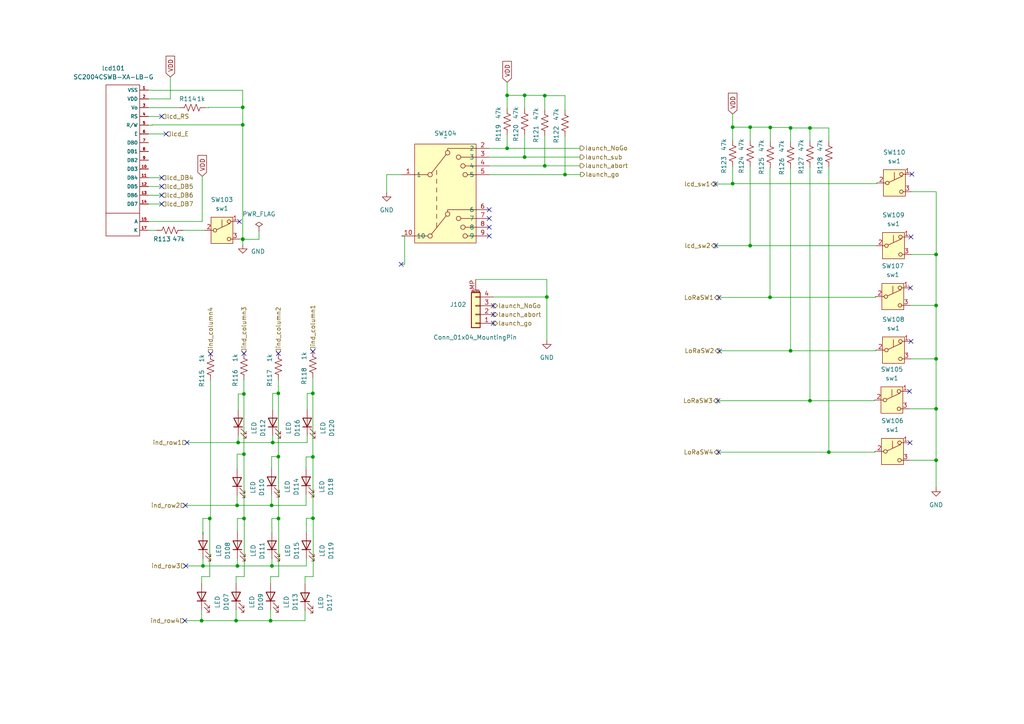
<source format=kicad_sch>
(kicad_sch (version 20231120) (generator "eeschema") (generator_version "8.0")
  (paper "A4")
  (lib_symbols
    (symbol "Connector_Generic_MountingPin:Conn_01x04_MountingPin" (pin_names (offset 1.016) hide)
      (property "Reference" "J" (at 0 5.08 0))
      (property "Value" "Conn_01x04_MountingPin" (at 1.27 -7.62 0))
      (symbol "Conn_01x04_MountingPin_1_1"
        (rectangle (start -1.27 -4.953) (end 0 -5.207) (stroke (width 0.1524)))
        (rectangle (start -1.27 -2.413) (end 0 -2.667) (stroke (width 0.1524)))
        (rectangle (start -1.27 0.127) (end 0 -0.127) (stroke (width 0.1524)))
        (rectangle (start -1.27 2.667) (end 0 2.413) (stroke (width 0.1524)))
        (rectangle (start -1.27 3.81) (end 1.27 -6.35) (stroke (width 0.254)) (fill (type background)))
        (polyline (pts (xy -1.016 -7.112) (xy 1.016 -7.112)) (stroke (width 0.1524)))
        (text "Mounting" (at 0 -6.731 0) (effects (font (size 0.381 0.381))))
        (pin passive line (at -5.08 2.54 0) (length 3.81) (name "Pin_1") (number "1"))
        (pin passive line (at -5.08 0 0) (length 3.81) (name "Pin_2") (number "2"))
        (pin passive line (at -5.08 -2.54 0) (length 3.81) (name "Pin_3") (number "3"))
        (pin passive line (at -5.08 -5.08 0) (length 3.81) (name "Pin_4") (number "4"))
        (pin passive line (at 0 -10.16 90) (length 3.048) (name "MountPin") (number "MP"))
      )
    )
    (symbol "Device:LED" (pin_numbers hide) (pin_names (offset 1.016) hide)
      (property "Reference" "D" (at 0 2.54 0))
      (property "Value" "LED" (at 0 -2.54 0))
      (symbol "LED_0_1"
        (polyline (pts (xy -1.27 -1.27) (xy -1.27 1.27)) (stroke (width 0.254)))
        (polyline (pts (xy -1.27 0) (xy 1.27 0)))
        (polyline (pts (xy 1.27 -1.27) (xy 1.27 1.27) (xy -1.27 0) (xy 1.27 -1.27)) (stroke (width 0.254)))
        (polyline (pts (xy -3.048 -0.762) (xy -4.572 -2.286) (xy -3.81 -2.286) (xy -4.572 -2.286) (xy -4.572 -1.524)))
        (polyline (pts (xy -1.778 -0.762) (xy -3.302 -2.286) (xy -2.54 -2.286) (xy -3.302 -2.286) (xy -3.302 -1.524)))
      )
      (symbol "LED_1_1"
        (pin passive line (at -3.81 0 0) (length 2.54) (name "K") (number "1"))
        (pin passive line (at 3.81 0 180) (length 2.54) (name "A") (number "2"))
      )
    )
    (symbol "Device:R_US" (pin_numbers hide) (pin_names (offset 0))
      (property "Reference" "R" (at 2.54 0 90))
      (property "Value" "R_US" (at -2.54 0 90))
      (symbol "R_US_0_1"
        (polyline (pts (xy 0 -2.286) (xy 0 -2.54)))
        (polyline (pts (xy 0 2.286) (xy 0 2.54)))
        (polyline (pts (xy 0 -0.762) (xy 1.016 -1.143) (xy 0 -1.524) (xy -1.016 -1.905) (xy 0 -2.286)))
        (polyline (pts (xy 0 0.762) (xy 1.016 0.381) (xy 0 0) (xy -1.016 -0.381) (xy 0 -0.762)))
        (polyline (pts (xy 0 2.286) (xy 1.016 1.905) (xy 0 1.524) (xy -1.016 1.143) (xy 0 0.762)))
      )
      (symbol "R_US_1_1"
        (pin passive line (at 0 3.81 270) (length 1.27) (name "~") (number "1"))
        (pin passive line (at 0 -3.81 90) (length 1.27) (name "~") (number "2"))
      )
    )
    (symbol "SC2004CSWB_1"
      (property "Reference" "lcd101" (at -10.16 6.35 0))
      (property "Value" "SC2004CSWB-XA-LB-G" (at -10.16 3.81 0))
      (symbol "SC2004CSWB_1_0_1"
        (rectangle (start -12.319 1.524) (end -2.54 -42.291))
        (polyline (pts (xy -12.319 -35.687) (xy -2.667 -35.687)))
      )
      (symbol "SC2004CSWB_1_1_1"
        (pin free line (at 0 0 180) (length 2.54) (name "VSS") (number "1"))
        (pin free line (at 0 -22.86 180) (length 2.54) (name "DB3") (number "10"))
        (pin free line (at 0 -25.4 180) (length 2.54) (name "DB4") (number "11"))
        (pin free line (at 0 -27.94 180) (length 2.54) (name "DB5") (number "12"))
        (pin free line (at 0 -30.48 180) (length 2.54) (name "DB6") (number "13"))
        (pin free line (at 0 -33.02 180) (length 2.54) (name "DB7") (number "14"))
        (pin free line (at 0 -38.1 180) (length 2.54) (name "A") (number "15"))
        (pin free line (at 0 -40.64 180) (length 2.54) (name "K") (number "17"))
        (pin free line (at 0 -2.54 180) (length 2.54) (name "VDD") (number "2"))
        (pin free line (at 0 -5.08 180) (length 2.54) (name "Vo") (number "3"))
        (pin free line (at 0 -7.62 180) (length 2.54) (name "RS") (number "4"))
        (pin free line (at 0 -10.16 180) (length 2.54) (name "R/W") (number "5"))
        (pin free line (at 0 -12.7 180) (length 2.54) (name "E") (number "6"))
        (pin free line (at 0 -15.24 180) (length 2.54) (name "DB0") (number "7"))
        (pin free line (at 0 -17.78 180) (length 2.54) (name "DB1") (number "8"))
        (pin free line (at 0 -20.32 180) (length 2.54) (name "DB2") (number "9"))
      )
    )
    (symbol "SW_Push_SPDT_1" (pin_names (offset 0) hide)
      (property "Reference" "SW103" (at 0 8.89 0))
      (property "Value" "sw1" (at 0 6.35 0))
      (symbol "SW_Push_SPDT_1_0_0"
        (circle (center -2.032 0) (radius 0.508))
        (polyline (pts (xy 0 1.016) (xy 0 3.048)))
        (circle (center 2.032 -2.54) (radius 0.508))
      )
      (symbol "SW_Push_SPDT_1_0_1"
        (polyline (pts (xy -1.524 0.2032) (xy 2.3368 1.9812)))
        (circle (center 2.032 2.54) (radius 0.508))
      )
      (symbol "SW_Push_SPDT_1_1_1"
        (rectangle (start -3.175 3.81) (end 3.175 -3.81) (fill (type background)))
        (pin passive line (at 5.08 2.54 180) (length 2.54) (name "A") (number "1"))
        (pin passive line (at -5.08 0 0) (length 2.54) (name "B") (number "2"))
        (pin passive line (at 5.08 -2.54 180) (length 2.54) (name "C") (number "3"))
      )
    )
    (symbol "SW_Push_SPDT_2" (pin_names (offset 0) hide)
      (property "Reference" "SW107" (at 0 8.89 0))
      (property "Value" "sw1" (at 0 6.35 0))
      (symbol "SW_Push_SPDT_2_0_0"
        (circle (center -2.032 0) (radius 0.508))
        (polyline (pts (xy 0 1.016) (xy 0 3.048)))
        (circle (center 2.032 -2.54) (radius 0.508))
      )
      (symbol "SW_Push_SPDT_2_0_1"
        (polyline (pts (xy -1.524 0.2032) (xy 2.3368 1.9812)))
        (circle (center 2.032 2.54) (radius 0.508))
      )
      (symbol "SW_Push_SPDT_2_1_1"
        (rectangle (start -3.175 3.81) (end 3.175 -3.81) (fill (type background)))
        (pin passive line (at 5.08 2.54 180) (length 2.54) (name "A") (number "1"))
        (pin passive line (at -5.08 0 0) (length 2.54) (name "B") (number "2"))
        (pin passive line (at 5.08 -2.54 180) (length 2.54) (name "C") (number "3"))
      )
    )
    (symbol "SW_Push_SPDT_3" (pin_names (offset 0) hide)
      (property "Reference" "SW106" (at 0 8.89 0))
      (property "Value" "sw1" (at 0 6.35 0))
      (symbol "SW_Push_SPDT_3_0_0"
        (circle (center -2.032 0) (radius 0.508))
        (polyline (pts (xy 0 1.016) (xy 0 3.048)))
        (circle (center 2.032 -2.54) (radius 0.508))
      )
      (symbol "SW_Push_SPDT_3_0_1"
        (polyline (pts (xy -1.524 0.2032) (xy 2.3368 1.9812)))
        (circle (center 2.032 2.54) (radius 0.508))
      )
      (symbol "SW_Push_SPDT_3_1_1"
        (rectangle (start -3.175 3.81) (end 3.175 -3.81) (fill (type background)))
        (pin passive line (at 5.08 2.54 180) (length 2.54) (name "A") (number "1"))
        (pin passive line (at -5.08 0 0) (length 2.54) (name "B") (number "2"))
        (pin passive line (at 5.08 -2.54 180) (length 2.54) (name "C") (number "3"))
      )
    )
    (symbol "SW_Push_SPDT_4" (pin_names (offset 0) hide)
      (property "Reference" "SW105" (at 0 8.89 0))
      (property "Value" "sw1" (at 0 6.35 0))
      (symbol "SW_Push_SPDT_4_0_0"
        (circle (center -2.032 0) (radius 0.508))
        (polyline (pts (xy 0 1.016) (xy 0 3.048)))
        (circle (center 2.032 -2.54) (radius 0.508))
      )
      (symbol "SW_Push_SPDT_4_0_1"
        (polyline (pts (xy -1.524 0.2032) (xy 2.3368 1.9812)))
        (circle (center 2.032 2.54) (radius 0.508))
      )
      (symbol "SW_Push_SPDT_4_1_1"
        (rectangle (start -3.175 3.81) (end 3.175 -3.81) (fill (type background)))
        (pin passive line (at 5.08 2.54 180) (length 2.54) (name "A") (number "1"))
        (pin passive line (at -5.08 0 0) (length 2.54) (name "B") (number "2"))
        (pin passive line (at 5.08 -2.54 180) (length 2.54) (name "C") (number "3"))
      )
    )
    (symbol "SW_Push_SPDT_5" (pin_names (offset 0) hide)
      (property "Reference" "SW104" (at 0 8.89 0))
      (property "Value" "sw1" (at 0 6.35 0))
      (symbol "SW_Push_SPDT_5_0_0"
        (circle (center -2.032 0) (radius 0.508))
        (polyline (pts (xy 0 1.016) (xy 0 3.048)))
        (circle (center 2.032 -2.54) (radius 0.508))
      )
      (symbol "SW_Push_SPDT_5_0_1"
        (polyline (pts (xy -1.524 0.2032) (xy 2.3368 1.9812)))
        (circle (center 2.032 2.54) (radius 0.508))
      )
      (symbol "SW_Push_SPDT_5_1_1"
        (rectangle (start -3.175 3.81) (end 3.175 -3.81) (fill (type background)))
        (pin passive line (at 5.08 2.54 180) (length 2.54) (name "A") (number "1"))
        (pin passive line (at -5.08 0 0) (length 2.54) (name "B") (number "2"))
        (pin passive line (at 5.08 -2.54 180) (length 2.54) (name "C") (number "3"))
      )
    )
    (symbol "SW_Push_SPDT_6" (pin_names (offset 0) hide)
      (property "Reference" "SW102" (at 0 8.89 0))
      (property "Value" "sw1" (at 0 6.35 0))
      (symbol "SW_Push_SPDT_6_0_0"
        (circle (center -2.032 0) (radius 0.508))
        (polyline (pts (xy 0 1.016) (xy 0 3.048)))
        (circle (center 2.032 -2.54) (radius 0.508))
      )
      (symbol "SW_Push_SPDT_6_0_1"
        (polyline (pts (xy -1.524 0.2032) (xy 2.3368 1.9812)))
        (circle (center 2.032 2.54) (radius 0.508))
      )
      (symbol "SW_Push_SPDT_6_1_1"
        (rectangle (start -3.175 3.81) (end 3.175 -3.81) (fill (type background)))
        (pin passive line (at 5.08 2.54 180) (length 2.54) (name "A") (number "1"))
        (pin passive line (at -5.08 0 0) (length 2.54) (name "B") (number "2"))
        (pin passive line (at 5.08 -2.54 180) (length 2.54) (name "C") (number "3"))
      )
    )
    (symbol "Switch:SW_Push_SPDT" (pin_names (offset 0) hide)
      (property "Reference" "SW101" (at 0 8.89 0))
      (property "Value" "sw1" (at 0 6.35 0))
      (symbol "SW_Push_SPDT_0_0"
        (circle (center -2.032 0) (radius 0.508))
        (polyline (pts (xy 0 1.016) (xy 0 3.048)))
        (circle (center 2.032 -2.54) (radius 0.508))
      )
      (symbol "SW_Push_SPDT_0_1"
        (polyline (pts (xy -1.524 0.2032) (xy 2.3368 1.9812)))
        (circle (center 2.032 2.54) (radius 0.508))
      )
      (symbol "SW_Push_SPDT_1_1"
        (rectangle (start -3.175 3.81) (end 3.175 -3.81) (fill (type background)))
        (pin passive line (at 5.08 2.54 180) (length 2.54) (name "A") (number "1"))
        (pin passive line (at -5.08 0 0) (length 2.54) (name "B") (number "2"))
        (pin passive line (at 5.08 -2.54 180) (length 2.54) (name "C") (number "3"))
      )
    )
    (symbol "WOBCLibrary:RotarySwitch2x04"
      (property "Reference" "SW" (at 0 17.78 0))
      (symbol "RotarySwitch2x04_0_0"
        (circle (center -4.445 -10.16) (radius 0.635))
        (circle (center -4.445 7.62) (radius 0.635))
        (polyline (pts (xy -4.064 -9.652) (xy 0.2032 -4.318)))
        (polyline (pts (xy -4.0132 8.128) (xy 0.2032 13.462)))
        (polyline (pts (xy -2.54 -7.62) (xy -2.54 -6.35)))
        (polyline (pts (xy -2.54 -5.08) (xy -2.54 -3.81)))
        (polyline (pts (xy -2.54 -2.54) (xy -2.54 -1.27)))
        (polyline (pts (xy -2.54 0) (xy -2.54 1.27)))
        (polyline (pts (xy -2.54 2.54) (xy -2.54 3.81)))
        (polyline (pts (xy -2.54 5.08) (xy -2.54 6.35)))
        (polyline (pts (xy -2.54 7.62) (xy -2.54 8.89)))
        (polyline (pts (xy 4.445 -5.08) (xy 8.89 -5.08)))
        (polyline (pts (xy 4.445 12.7) (xy 8.89 12.7)))
        (polyline (pts (xy 5.715 -7.62) (xy 8.89 -7.62)))
        (polyline (pts (xy 5.715 10.16) (xy 8.89 10.16)))
        (polyline (pts (xy 6.35 -10.16) (xy 8.89 -10.16)))
        (polyline (pts (xy 6.35 7.62) (xy 8.89 7.62)))
        (polyline (pts (xy 0.635 -3.175) (xy 0.635 -2.54) (xy 8.89 -2.54)))
        (polyline (pts (xy 0.635 14.605) (xy 0.635 15.24) (xy 8.89 15.24)))
        (circle (center 0.635 -3.81) (radius 0.635))
        (circle (center 0.635 13.97) (radius 0.635))
        (circle (center 3.81 -5.08) (radius 0.635))
        (circle (center 3.81 12.7) (radius 0.635))
        (circle (center 5.08 -7.62) (radius 0.635))
        (circle (center 5.08 10.16) (radius 0.635))
        (circle (center 5.715 -10.16) (radius 0.635))
        (circle (center 5.715 7.62) (radius 0.635))
      )
      (symbol "RotarySwitch2x04_0_1"
        (polyline (pts (xy -5.1308 -10.16) (xy -8.89 -10.16)))
        (polyline (pts (xy -5.08 7.62) (xy -8.89 7.62)))
      )
      (symbol "RotarySwitch2x04_1_1"
        (rectangle (start -8.89 16.51) (end 8.89 -12.192) (fill (type background)))
        (pin passive line (at -12.7 7.62 0) (length 3.81) (name "1") (number "1"))
        (pin passive line (at -12.7 -10.16 0) (length 3.81) (name "10") (number "10"))
        (pin passive line (at 12.7 15.24 180) (length 3.81) (name "2") (number "2"))
        (pin passive line (at 12.7 12.7 180) (length 3.81) (name "3") (number "3"))
        (pin passive line (at 12.7 10.16 180) (length 3.81) (name "4") (number "4"))
        (pin passive line (at 12.7 7.62 180) (length 3.81) (name "5") (number "5"))
        (pin passive line (at 12.7 -2.54 180) (length 3.81) (name "6") (number "6"))
        (pin passive line (at 12.7 -5.08 180) (length 3.81) (name "7") (number "7"))
        (pin passive line (at 12.7 -7.62 180) (length 3.81) (name "8") (number "8"))
        (pin passive line (at 12.7 -10.16 180) (length 3.81) (name "9") (number "9"))
      )
    )
    (symbol "power:GND" (power) (pin_names (offset 0))
      (property "Value" "GND" (at 0 -3.81 0))
      (symbol "GND_0_1"
        (polyline (pts (xy 0 0) (xy 0 -1.27) (xy 1.27 -1.27) (xy 0 -2.54) (xy -1.27 -1.27) (xy 0 -1.27)))
      )
      (symbol "GND_1_1"
        (pin power_in line (at 0 0 270) (length 0) hide (name "GND") (number "1"))
      )
    )
    (symbol "power:PWR_FLAG" (power) (pin_numbers hide) (pin_names (offset 0) hide)
      (property "Value" "PWR_FLAG" (at 0 3.81 0))
      (symbol "PWR_FLAG_0_0"
        (pin power_out line (at 0 0 90) (length 0) (name "~") (number "1"))
      )
      (symbol "PWR_FLAG_0_1"
        (polyline (pts (xy 0 0) (xy 0 1.27) (xy -1.016 1.905) (xy 0 2.54) (xy 1.016 1.905) (xy 0 1.27)))
      )
    )
  )
  (junction (at 240.3952 131.1426))
  (junction (at 90.7454 132.5208))
  (junction (at 58.8715 164.1422))
  (junction (at 70.4022 31.1353))
  (junction (at 158.0067 27.7355))
  (junction (at 234.9228 116.2275))
  (junction (at 229.289 37.115))
  (junction (at 271.509 104.0844))
  (junction (at 229.289 101.7415))
  (junction (at 79.0954 128.3589))
  (junction (at 58.4719 180.0314))
  (junction (at 70.4135 36.2153))
  (junction (at 70.7454 131.7202))
  (junction (at 90.7354 114.0823))
  (junction (at 152.1684 45.5633))
  (junction (at 69.0747 128.3514))
  (junction (at 152.1684 27.6486))
  (junction (at 70.4135 69.3379))
  (junction (at 271.509 118.5704))
  (junction (at 158.0067 48.1033))
  (junction (at 163.8766 50.6433))
  (junction (at 78.8697 164.1422))
  (junction (at 217.5725 71.2642))
  (junction (at 147.0884 43.0233))
  (junction (at 223.3384 86.227))
  (junction (at 212.5008 36.8851))
  (junction (at 60.842 150.388))
  (junction (at 147.0884 27.6486))
  (junction (at 78.7735 146.5904))
  (junction (at 158.6073 86.1416))
  (junction (at 70.4178 69.4096))
  (junction (at 212.5008 53.2627))
  (junction (at 80.7735 150.388))
  (junction (at 80.7454 132.4454))
  (junction (at 90.7735 150.3165))
  (junction (at 271.509 73.8147))
  (junction (at 217.5808 36.8851))
  (junction (at 271.509 88.5933))
  (junction (at 68.4737 180.0314))
  (junction (at 78.4719 180.0314))
  (junction (at 70.7354 114.2707))
  (junction (at 234.9228 37.115))
  (junction (at 68.8599 164.1422))
  (junction (at 223.4191 36.972))
  (junction (at 68.7735 146.5904))
  (junction (at 70.7735 150.388))
  (junction (at 80.7354 114.0823))
  (junction (at 271.509 133.4855))
  (no_connect (at 141.8919 63.3622))
  (no_connect (at 46.8694 59.1668))
  (no_connect (at 46.8694 33.7668))
  (no_connect (at 141.8919 60.8222))
  (no_connect (at 46.8694 56.6268))
  (no_connect (at 141.8919 65.9022))
  (no_connect (at 53.7735 146.5904))
  (no_connect (at 61.0573 102.6543))
  (no_connect (at 141.8919 68.4422))
  (no_connect (at 143.0657 93.7616))
  (no_connect (at 207.5029 53.3786))
  (no_connect (at 208.4009 131.1426))
  (no_connect (at 208.24 116.2275))
  (no_connect (at 54.2441 128.3514))
  (no_connect (at 264.0492 83.4899))
  (no_connect (at 143.0657 91.2216))
  (no_connect (at 264.205 99.0044))
  (no_connect (at 90.7354 101.9625))
  (no_connect (at 69.4638 64.2579))
  (no_connect (at 70.7509 102.5219))
  (no_connect (at 53.9216 164.1422))
  (no_connect (at 263.7758 113.4904))
  (no_connect (at 80.7354 102.5421))
  (no_connect (at 143.0657 88.6816))
  (no_connect (at 53.6083 180.0314))
  (no_connect (at 264.2204 68.7242))
  (no_connect (at 208.5134 86.3062))
  (no_connect (at 208.6692 101.8207))
  (no_connect (at 264.4712 50.5256))
  (no_connect (at 116.3702 76.648))
  (no_connect (at 48.1394 38.8468))
  (no_connect (at 207.6082 71.2642))
  (no_connect (at 46.8694 54.0868))
  (no_connect (at 46.8694 51.5468))
  (no_connect (at 263.9367 128.4055))
  (wire (pts (xy 70.4022 26.1893) (xy 70.4022 31.1353)))
  (wire (pts (xy 69.0747 126.3589) (xy 69.0747 128.3514)))
  (wire (pts (xy 207.5029 53.3786) (xy 212.5008 53.3786)))
  (wire (pts (xy 68.7735 131.7202) (xy 68.7735 135.9704)))
  (wire (pts (xy 147.0884 43.0422) (xy 147.0884 43.0233)))
  (wire (pts (xy 264.2204 73.8042) (xy 264.2204 73.8147)))
  (wire (pts (xy 88.7735 143.4004) (xy 88.7735 146.5904)))
  (wire (pts (xy 253.6158 116.2275) (xy 253.6158 116.0304)))
  (wire (pts (xy 70.4178 69.3379) (xy 70.4135 69.3379)))
  (wire (pts (xy 58.842 155.0318) (xy 58.8599 155.0318)))
  (wire (pts (xy 44.2137 36.3068) (xy 43.0594 36.3068)))
  (wire (pts (xy 68.4719 167.2372) (xy 68.4719 169.2214)))
  (wire (pts (xy 223.3384 86.227) (xy 223.3384 86.2762)))
  (wire (pts (xy 44.2137 36.2153) (xy 70.4135 36.2153)))
  (wire (pts (xy 152.1684 27.6486) (xy 158.0067 27.6486)))
  (wire (pts (xy 68.842 150.388) (xy 68.842 154.0318)))
  (wire (pts (xy 264.4712 55.6056) (xy 271.544 55.6056)))
  (wire (pts (xy 240.3952 37.115) (xy 234.9228 37.115)))
  (wire (pts (xy 88.7735 132.5208) (xy 88.7735 135.7804)))
  (wire (pts (xy 163.8766 50.6622) (xy 163.8766 50.6433)))
  (wire (pts (xy 90.7735 150.3165) (xy 90.842 150.3165)))
  (wire (pts (xy 69.0747 128.3514) (xy 69.0747 128.3589)))
  (wire (pts (xy 43.0594 56.6268) (xy 46.8694 56.6268)))
  (wire (pts (xy 70.4178 69.4096) (xy 70.4178 70.9161)))
  (wire (pts (xy 89.0954 126.3589) (xy 89.0954 128.3589)))
  (wire (pts (xy 271.509 88.5933) (xy 271.509 104.0844)))
  (wire (pts (xy 90.842 150.3165) (xy 90.842 167.2372)))
  (wire (pts (xy 60.842 167.2372) (xy 58.4719 167.2372)))
  (wire (pts (xy 240.3952 131.1426) (xy 253.7767 131.1426)))
  (wire (pts (xy 43.0594 38.8468) (xy 48.1394 38.8468)))
  (wire (pts (xy 79.0954 126.3589) (xy 79.0954 128.3589)))
  (wire (pts (xy 88.4719 180.0314) (xy 78.4719 180.0314)))
  (wire (pts (xy 163.8766 27.7355) (xy 158.0067 27.7355)))
  (wire (pts (xy 79.0954 114.0823) (xy 79.0954 118.7389)))
  (wire (pts (xy 223.4191 36.8851) (xy 223.4191 36.972)))
  (wire (pts (xy 234.9228 116.2275) (xy 253.6158 116.2275)))
  (wire (pts (xy 212.5008 33.0751) (xy 212.5008 36.8851)))
  (wire (pts (xy 212.5008 40.6951) (xy 212.5008 36.8851)))
  (wire (pts (xy 90.7454 114.0823) (xy 90.7454 132.5208)))
  (wire (pts (xy 78.7735 132.4454) (xy 80.7454 132.4454)))
  (wire (pts (xy 49.4094 22.3368) (xy 49.4094 28.6868)))
  (wire (pts (xy 208.6692 101.7415) (xy 208.6692 101.8207)))
  (wire (pts (xy 253.7767 131.1426) (xy 253.7767 130.9455)))
  (wire (pts (xy 68.4719 176.8414) (xy 68.4737 176.8414)))
  (wire (pts (xy 53.1004 66.7979) (xy 59.3038 66.7979)))
  (wire (pts (xy 78.7735 132.4454) (xy 78.7735 135.7804)))
  (wire (pts (xy 90.7454 132.5208) (xy 90.7735 132.5208)))
  (wire (pts (xy 152.1684 45.5822) (xy 141.8919 45.5822)))
  (wire (pts (xy 223.3384 48.6337) (xy 223.4191 48.6337)))
  (wire (pts (xy 271.509 133.4855) (xy 271.509 141.3644)))
  (wire (pts (xy 240.3952 40.8878) (xy 240.3952 37.115)))
  (wire (pts (xy 234.9228 37.115) (xy 229.289 37.115)))
  (wire (pts (xy 61.0573 150.388) (xy 60.842 150.388)))
  (wire (pts (xy 271.509 73.8147) (xy 271.509 88.5933)))
  (wire (pts (xy 43.0594 33.7668) (xy 46.8694 33.7668)))
  (wire (pts (xy 112.1548 50.6622) (xy 116.4919 50.6622)))
  (wire (pts (xy 58.842 150.388) (xy 60.842 150.388)))
  (wire (pts (xy 88.8599 151.9603) (xy 88.8599 154.3322)))
  (wire (pts (xy 117.3702 76.648) (xy 117.3702 68.4422)))
  (wire (pts (xy 229.289 41.1471) (xy 229.289 37.115)))
  (wire (pts (xy 78.842 150.388) (xy 80.7735 150.388)))
  (wire (pts (xy 158.6073 86.1416) (xy 158.6073 98.6272)))
  (wire (pts (xy 70.7454 114.2707) (xy 70.7454 131.7202)))
  (wire (pts (xy 70.7735 131.7202) (xy 70.7735 150.388)))
  (wire (pts (xy 223.4191 36.972) (xy 223.4191 41.0137)))
  (wire (pts (xy 158.0067 48.1222) (xy 158.0067 48.1033)))
  (wire (pts (xy 80.7735 150.388) (xy 80.842 150.388)))
  (wire (pts (xy 271.409 88.5699) (xy 264.0492 88.5699)))
  (wire (pts (xy 78.4719 167.2372) (xy 78.4719 169.2214)))
  (wire (pts (xy 58.8715 164.1422) (xy 68.8599 164.1422)))
  (wire (pts (xy 168.2481 42.9544) (xy 168.2481 43.0233)))
  (wire (pts (xy 68.842 154.0318) (xy 68.8599 154.0318)))
  (wire (pts (xy 43.0594 51.5468) (xy 46.8694 51.5468)))
  (wire (pts (xy 147.0884 23.8386) (xy 147.0884 27.6486)))
  (wire (pts (xy 43.0594 28.6868) (xy 49.4094 28.6868)))
  (wire (pts (xy 263.9367 133.4855) (xy 271.509 133.4855)))
  (wire (pts (xy 88.842 150.3165) (xy 88.842 151.9603)))
  (wire (pts (xy 78.8599 153.0318) (xy 78.8599 154.3322)))
  (wire (pts (xy 240.3952 48.5078) (xy 240.3952 131.1426)))
  (wire (pts (xy 88.4719 167.2372) (xy 88.4719 169.4114)))
  (wire (pts (xy 78.8599 161.9522) (xy 78.8697 161.9522)))
  (wire (pts (xy 158.0067 27.6486) (xy 158.0067 27.7355)))
  (wire (pts (xy 80.7454 114.0823) (xy 80.7454 132.4454)))
  (wire (pts (xy 61.0573 110.2743) (xy 61.0573 150.388)))
  (wire (pts (xy 234.9228 48.5078) (xy 234.9228 116.2275)))
  (wire (pts (xy 78.4719 176.8414) (xy 78.4719 180.0314)))
  (wire (pts (xy 70.842 150.388) (xy 70.842 167.2372)))
  (wire (pts (xy 271.509 88.5933) (xy 271.409 88.5933)))
  (wire (pts (xy 168.3434 50.5849) (xy 168.3911 50.5849)))
  (wire (pts (xy 44.2137 36.2153) (xy 44.2137 36.3068)))
  (wire (pts (xy 141.8919 48.1222) (xy 158.0067 48.1222)))
  (wire (pts (xy 58.842 150.388) (xy 58.842 155.0318)))
  (wire (pts (xy 137.9857 81.0616) (xy 158.6073 81.0616)))
  (wire (pts (xy 78.8697 161.9522) (xy 78.8697 164.1422)))
  (wire (pts (xy 68.7735 143.5904) (xy 68.7735 146.5904)))
  (wire (pts (xy 58.6506 51.1264) (xy 58.6506 64.2468)))
  (wire (pts (xy 80.7354 114.0823) (xy 80.7454 114.0823)))
  (wire (pts (xy 223.3384 86.2762) (xy 208.5134 86.2762)))
  (wire (pts (xy 68.842 150.388) (xy 70.7735 150.388)))
  (wire (pts (xy 271.509 104.0844) (xy 271.509 118.5704)))
  (wire (pts (xy 90.842 167.2372) (xy 88.4719 167.2372)))
  (wire (pts (xy 263.7758 118.5704) (xy 271.509 118.5704)))
  (wire (pts (xy 223.3384 48.6337) (xy 223.3384 86.227)))
  (wire (pts (xy 158.0067 39.3972) (xy 158.0067 48.1033)))
  (wire (pts (xy 158.0067 27.7355) (xy 158.0067 31.7772)))
  (wire (pts (xy 217.5808 36.8851) (xy 217.5808 40.6951)))
  (wire (pts (xy 253.8892 86.227) (xy 253.8892 86.0299)))
  (wire (pts (xy 70.7735 150.388) (xy 70.842 150.388)))
  (wire (pts (xy 254.045 101.7415) (xy 254.045 101.5444)))
  (wire (pts (xy 80.842 150.388) (xy 80.842 167.2372)))
  (wire (pts (xy 53.8599 164.1422) (xy 58.8715 164.1422)))
  (wire (pts (xy 69.0954 126.3589) (xy 69.0747 126.3589)))
  (wire (pts (xy 70.7354 110.1419) (xy 70.7509 110.1419)))
  (wire (pts (xy 43.2591 66.7868) (xy 43.0594 66.7868)))
  (wire (pts (xy 117.3702 68.4422) (xy 116.4919 68.4422)))
  (wire (pts (xy 208.24 116.2275) (xy 234.9228 116.2275)))
  (wire (pts (xy 60.5237 31.1353) (xy 60.5237 31.2268)))
  (wire (pts (xy 70.4178 69.3379) (xy 70.4178 69.4096)))
  (wire (pts (xy 229.289 37.115) (xy 229.289 36.972)))
  (wire (pts (xy 89.0954 114.0823) (xy 89.0954 118.7389)))
  (wire (pts (xy 217.5725 71.2642) (xy 254.0604 71.2642)))
  (wire (pts (xy 79.0954 114.0823) (xy 80.7354 114.0823)))
  (wire (pts (xy 88.8599 161.9522) (xy 88.8599 164.1422)))
  (wire (pts (xy 163.8766 27.7355) (xy 163.8766 31.9106)))
  (wire (pts (xy 112.1548 55.8378) (xy 112.1548 50.6622)))
  (wire (pts (xy 271.509 73.8147) (xy 271.544 73.8147)))
  (wire (pts (xy 212.5008 53.2627) (xy 212.5008 53.3786)))
  (wire (pts (xy 271.509 118.5704) (xy 271.509 133.4855)))
  (wire (pts (xy 53.7735 146.5904) (xy 68.7735 146.5904)))
  (wire (pts (xy 152.1684 27.6486) (xy 152.1684 31.4586)))
  (wire (pts (xy 78.7735 143.4004) (xy 78.7735 146.5904)))
  (wire (pts (xy 88.7735 132.5208) (xy 90.7454 132.5208)))
  (wire (pts (xy 80.7354 110.1621) (xy 80.7354 114.0823)))
  (wire (pts (xy 212.5008 48.3151) (xy 212.5008 53.2627)))
  (wire (pts (xy 90.7735 132.5208) (xy 90.7735 150.3165)))
  (wire (pts (xy 147.0884 43.0233) (xy 168.2481 43.0233)))
  (wire (pts (xy 68.8599 154.0318) (xy 68.8599 154.3322)))
  (wire (pts (xy 69.0954 114.2707) (xy 70.7354 114.2707)))
  (wire (pts (xy 152.1684 39.0786) (xy 152.1684 45.5633)))
  (wire (pts (xy 58.8599 155.0318) (xy 58.8599 154.3322)))
  (wire (pts (xy 70.7354 110.1419) (xy 70.7354 114.2707)))
  (wire (pts (xy 60.5237 31.1353) (xy 70.4022 31.1353)))
  (wire (pts (xy 163.8766 50.6433) (xy 168.3434 50.6433)))
  (wire (pts (xy 143.0657 86.1416) (xy 158.6073 86.1416)))
  (wire (pts (xy 271.544 55.6056) (xy 271.544 73.8147)))
  (wire (pts (xy 58.8715 161.9522) (xy 58.8715 164.1422)))
  (wire (pts (xy 254.3112 53.2627) (xy 254.3112 53.0656)))
  (wire (pts (xy 44.0552 26.1893) (xy 44.0552 26.1468)))
  (wire (pts (xy 60.842 150.388) (xy 60.842 167.2372)))
  (wire (pts (xy 217.5808 36.8851) (xy 223.4191 36.8851)))
  (wire (pts (xy 168.2481 48.0573) (xy 168.2481 48.1033)))
  (wire (pts (xy 223.3384 86.227) (xy 253.8892 86.227)))
  (wire (pts (xy 208.4009 131.1426) (xy 240.3952 131.1426)))
  (wire (pts (xy 68.4737 180.0314) (xy 58.4719 180.0314)))
  (wire (pts (xy 69.0954 114.2707) (xy 69.0954 118.7389)))
  (wire (pts (xy 58.8599 161.9522) (xy 58.8715 161.9522)))
  (wire (pts (xy 158.6073 81.0616) (xy 158.6073 86.1416)))
  (wire (pts (xy 78.7735 146.5904) (xy 88.7735 146.5904)))
  (wire (pts (xy 229.289 48.7671) (xy 229.289 101.7415)))
  (wire (pts (xy 158.0067 48.1033) (xy 168.2481 48.1033)))
  (wire (pts (xy 90.7354 114.0823) (xy 90.7454 114.0823)))
  (wire (pts (xy 44.0552 26.1468) (xy 43.0594 26.1468)))
  (wire (pts (xy 68.7735 146.5904) (xy 78.7735 146.5904)))
  (wire (pts (xy 58.4719 167.2372) (xy 58.4719 169.2214)))
  (wire (pts (xy 141.8919 50.6622) (xy 163.8766 50.6622)))
  (wire (pts (xy 90.7354 109.5825) (xy 90.7354 114.0823)))
  (wire (pts (xy 43.2591 66.7979) (xy 45.4804 66.7979)))
  (wire (pts (xy 80.7454 132.4454) (xy 80.7735 132.4454)))
  (wire (pts (xy 264.205 104.0844) (xy 271.509 104.0844)))
  (wire (pts (xy 70.4135 36.2153) (xy 70.4135 69.3379)))
  (wire (pts (xy 229.289 101.7415) (xy 254.045 101.7415)))
  (wire (pts (xy 168.2481 45.482) (xy 168.2481 45.5633)))
  (wire (pts (xy 88.4719 177.0314) (xy 88.4719 180.0314)))
  (wire (pts (xy 79.0954 128.3589) (xy 69.0747 128.3589)))
  (wire (pts (xy 68.8599 164.1422) (xy 78.8697 164.1422)))
  (wire (pts (xy 208.5134 86.2762) (xy 208.5134 86.3062)))
  (wire (pts (xy 208.6692 101.7415) (xy 229.289 101.7415)))
  (wire (pts (xy 78.842 153.0318) (xy 78.8599 153.0318)))
  (wire (pts (xy 78.842 150.388) (xy 78.842 153.0318)))
  (wire (pts (xy 147.0884 27.6486) (xy 152.1684 27.6486)))
  (wire (pts (xy 80.7735 132.4454) (xy 80.7735 150.388)))
  (wire (pts (xy 229.289 36.972) (xy 223.4191 36.972)))
  (wire (pts (xy 43.0594 54.0868) (xy 46.8694 54.0868)))
  (wire (pts (xy 68.8599 161.9522) (xy 68.8599 164.1422)))
  (wire (pts (xy 58.6506 64.2468) (xy 43.0594 64.2468)))
  (wire (pts (xy 88.8599 164.1422) (xy 78.8697 164.1422)))
  (wire (pts (xy 168.3434 50.6433) (xy 168.3434 50.5849)))
  (wire (pts (xy 53.6083 180.0314) (xy 58.4719 180.0314)))
  (wire (pts (xy 43.0594 59.1668) (xy 46.8694 59.1668)))
  (wire (pts (xy 68.4737 176.8414) (xy 68.4737 180.0314)))
  (wire (pts (xy 88.842 150.3165) (xy 90.7735 150.3165)))
  (wire (pts (xy 75.127 69.4096) (xy 70.4178 69.4096)))
  (wire (pts (xy 152.1684 45.5822) (xy 152.1684 45.5633)))
  (wire (pts (xy 70.7454 131.7202) (xy 70.7735 131.7202)))
  (wire (pts (xy 152.1684 45.5633) (xy 168.2481 45.5633)))
  (wire (pts (xy 141.8919 43.0422) (xy 147.0884 43.0422)))
  (wire (pts (xy 70.4135 31.1353) (xy 70.4135 36.2153)))
  (wire (pts (xy 70.4135 69.3379) (xy 69.4638 69.3379)))
  (wire (pts (xy 147.0884 31.4586) (xy 147.0884 27.6486)))
  (wire (pts (xy 217.5725 48.3151) (xy 217.5808 48.3151)))
  (wire (pts (xy 80.842 167.2372) (xy 78.4719 167.2372)))
  (wire (pts (xy 68.4737 180.0314) (xy 78.4719 180.0314)))
  (wire (pts (xy 212.5008 36.8851) (xy 217.5808 36.8851)))
  (wire (pts (xy 70.4022 31.1353) (xy 70.4135 31.1353)))
  (wire (pts (xy 88.842 151.9603) (xy 88.8599 151.9603)))
  (wire (pts (xy 44.0552 26.1893) (xy 70.4022 26.1893)))
  (wire (pts (xy 89.0954 128.3589) (xy 79.0954 128.3589)))
  (wire (pts (xy 217.5725 48.3151) (xy 217.5725 71.2642)))
  (wire (pts (xy 68.7735 131.7202) (xy 70.7454 131.7202)))
  (wire (pts (xy 207.6082 71.2642) (xy 217.5725 71.2642)))
  (wire (pts (xy 212.5008 53.2627) (xy 254.3112 53.2627)))
  (wire (pts (xy 147.0884 43.0233) (xy 147.0884 39.0786)))
  (wire (pts (xy 70.7354 114.2707) (xy 70.7454 114.2707)))
  (wire (pts (xy 58.4719 176.8414) (xy 58.4719 180.0314)))
  (wire (pts (xy 43.0594 31.2268) (xy 51.9494 31.2268)))
  (wire (pts (xy 43.2591 66.7979) (xy 43.2591 66.7868)))
  (wire (pts (xy 116.3702 76.648) (xy 117.3702 76.648)))
  (wire (pts (xy 54.2441 128.3514) (xy 69.0747 128.3514)))
  (wire (pts (xy 60.5237 31.2268) (xy 59.5694 31.2268)))
  (wire (pts (xy 68.4719 167.2372) (xy 70.842 167.2372)))
  (wire (pts (xy 234.9228 40.8878) (xy 234.9228 37.115)))
  (wire (pts (xy 89.0954 114.0823) (xy 90.7354 114.0823)))
  (wire (pts (xy 264.2204 73.8147) (xy 271.509 73.8147)))
  (wire (pts (xy 75.127 66.9791) (xy 75.127 69.4096)))
  (wire (pts (xy 163.8766 39.5306) (xy 163.8766 50.6433)))
  (wire (pts (xy 271.409 88.5933) (xy 271.409 88.5699)))
  (global_label "VDD" (shape input) (at 147.0884 23.8386 90) (property "Intersheetrefs" "${INTERSHEET_REFS}" (effects (hide yes))))
  (global_label "VDD" (shape input) (at 49.4094 22.3368 90) (property "Intersheetrefs" "${INTERSHEET_REFS}" (effects (hide yes))))
  (global_label "VDD" (shape input) (at 212.5008 33.0751 90) (property "Intersheetrefs" "${INTERSHEET_REFS}" (effects (hide yes))))
  (global_label "VDD" (shape input) (at 58.6506 51.1264 90) (property "Intersheetrefs" "${INTERSHEET_REFS}" (effects (hide yes))))
  (hierarchical_label "lcd_sw1" (shape output) (at 207.5029 53.3786 180))
  (hierarchical_label "ind_column3" (shape input) (at 70.7509 102.5219 90))
  (hierarchical_label "launch_NoGo" (shape output) (at 168.2481 42.9544 0))
  (hierarchical_label "lcd_sw2" (shape output) (at 207.6082 71.2642 180))
  (hierarchical_label "ind_column1" (shape input) (at 90.7354 101.9625 90))
  (hierarchical_label "lcd_DB6" (shape input) (at 46.8694 56.6268 0))
  (hierarchical_label "lcd_DB7" (shape input) (at 46.8694 59.1668 0))
  (hierarchical_label "launch_abort" (shape output) (at 143.0657 91.2216 0))
  (hierarchical_label "ind_row2" (shape input) (at 53.7735 146.5904 180))
  (hierarchical_label "ind_row1" (shape input) (at 54.2521 128.3514 180))
  (hierarchical_label "ind_row3" (shape input) (at 53.8599 164.1422 180))
  (hierarchical_label "LoRaSW2" (shape output) (at 208.6692 101.7415 180))
  (hierarchical_label "lcd_E" (shape input) (at 48.1394 38.8468 0))
  (hierarchical_label "ind_column4" (shape input) (at 61.0573 102.6543 90))
  (hierarchical_label "lcd_DB4" (shape input) (at 46.8694 51.5468 0))
  (hierarchical_label "lcd_RS" (shape input) (at 46.8694 33.7668 0))
  (hierarchical_label "launch_NoGo" (shape output) (at 143.0657 88.6816 0))
  (hierarchical_label "launch_go" (shape output) (at 143.0657 93.7616 0))
  (hierarchical_label "ind_column2" (shape input) (at 80.7354 102.5421 90))
  (hierarchical_label "LoRaSW3" (shape output) (at 208.24 116.2275 180))
  (hierarchical_label "lcd_DB5" (shape input) (at 46.8694 54.0868 0))
  (hierarchical_label "launch_abort" (shape output) (at 168.2481 48.0573 0))
  (hierarchical_label "LoRaSW4" (shape output) (at 208.4009 131.1426 180))
  (hierarchical_label "launch_go" (shape output) (at 168.3434 50.5849 0))
  (hierarchical_label "LoRaSW1" (shape output) (at 208.5134 86.3062 180))
  (hierarchical_label "ind_row4" (shape input) (at 53.6083 180.0314 180))
  (hierarchical_label "launch_sub" (shape output) (at 168.2481 45.5633 0))
  (symbol (lib_id "Connector_Generic_MountingPin:Conn_01x04_MountingPin") (at 137.9857 91.2216 180) (unit 1)
    (property "Reference" "J102" (at 135.2739 88.3259 0) (effects (justify left)))
    (property "Value" "Conn_01x04_MountingPin" (at 149.9599 97.8523 0) (effects (justify left)))
    (property "Footprint" "WOBCLibrary:Grove_4P_L_SMD" (effects (hide yes)))
    (property "Description" "Generic connectable mounting pin connector, single row, 01x04, script generated (kicad-library-utils/schlib/autogen/connector/)" (effects (hide yes)))
  )
  (symbol (lib_id "Switch:SW_Push_SPDT") (at 259.3912 53.0656 0) (unit 1)
    (property "Reference" "SW110" (at 259.3912 44.1756 0))
    (property "Value" "sw1" (at 259.3912 46.7156 0))
    (property "Footprint" "WOBCLibrary:ToggleSwitch" (effects (hide yes)))
    (property "Description" "Momentary Switch, single pole double throw" (effects (hide yes)))
  )
  (symbol (lib_id "Device:LED") (at 68.8599 158.1422 90) (unit 1)
    (property "Reference" "D111" (at 75.9899 159.7297 0))
    (property "Value" "LED" (at 73.4499 159.7297 0))
    (property "Footprint" "LED_THT:LED_D3.0mm_FlatTop" (effects (hide yes)))
    (property "Description" "Light emitting diode" (effects (hide yes)))
  )
  (symbol (lib_id "Device:LED") (at 79.0954 122.5489 90) (unit 1)
    (property "Reference" "D116" (at 86.2254 124.1364 0))
    (property "Value" "LED" (at 83.6854 124.1364 0))
    (property "Footprint" "LED_THT:LED_D3.0mm_FlatTop" (effects (hide yes)))
    (property "Description" "Light emitting diode" (effects (hide yes)))
  )
  (symbol (lib_id "Device:R_US") (at 240.3952 44.6978 0) (unit 1)
    (property "Reference" "R128" (at 237.8552 47.9998 90))
    (property "Value" "47k" (at 237.8552 42.1578 90))
    (property "Footprint" "Capacitor_SMD:C_0402_1005Metric" (effects (hide yes)))
    (property "LCSC" "C25792" (effects (hide yes)))
  )
  (symbol (lib_id "Device:R_US") (at 61.0573 106.4643 0) (unit 1)
    (property "Reference" "R115" (at 58.5173 109.7663 90))
    (property "Value" "1k" (at 58.5173 103.9243 90))
    (property "Footprint" "Capacitor_SMD:C_0402_1005Metric" (effects (hide yes)))
    (property "LCSC" "C11702" (effects (hide yes)))
  )
  (symbol (lib_id "power:GND") (at 271.509 141.3644 0) (unit 1)
    (property "Reference" "#PWR0138" (effects (hide yes)))
    (property "Value" "GND" (at 271.509 146.4444 0))
  )
  (symbol (lib_id "Device:R_US") (at 158.0067 35.5872 0) (unit 1)
    (property "Reference" "R121" (at 155.4667 38.8892 90))
    (property "Value" "47k" (at 155.4667 33.0472 90))
    (property "Footprint" "Capacitor_SMD:C_0402_1005Metric" (effects (hide yes)))
    (property "LCSC" "C25792" (effects (hide yes)))
  )
  (symbol (lib_id "Device:R_US") (at 147.0884 35.2686 0) (unit 1)
    (property "Reference" "R119" (at 144.5484 38.5706 90))
    (property "Value" "47k" (at 144.5484 32.7286 90))
    (property "Footprint" "Capacitor_SMD:C_0402_1005Metric" (effects (hide yes)))
    (property "LCSC" "C25792" (effects (hide yes)))
  )
  (symbol (lib_id "Device:R_US") (at 229.289 44.9571 0) (unit 1)
    (property "Reference" "R126" (at 226.749 48.2591 90))
    (property "Value" "47k" (at 226.749 42.4171 90))
    (property "Footprint" "Capacitor_SMD:C_0402_1005Metric" (effects (hide yes)))
    (property "LCSC" "C25792" (effects (hide yes)))
  )
  (symbol (lib_id "Device:LED") (at 88.7735 139.5904 90) (unit 1)
    (property "Reference" "D118" (at 95.9035 141.1779 0))
    (property "Value" "LED" (at 93.3635 141.1779 0))
    (property "Footprint" "LED_THT:LED_D3.0mm_FlatTop" (effects (hide yes)))
    (property "Description" "Light emitting diode" (effects (hide yes)))
  )
  (symbol (lib_id "Device:R_US") (at 163.8766 35.7206 0) (unit 1)
    (property "Reference" "R122" (at 161.3366 39.0226 90))
    (property "Value" "47k" (at 161.3366 33.1806 90))
    (property "Footprint" "Capacitor_SMD:C_0402_1005Metric" (effects (hide yes)))
    (property "LCSC" "C25792" (effects (hide yes)))
  )
  (symbol (lib_id "Device:R_US") (at 217.5808 44.5051 0) (unit 1)
    (property "Reference" "R124" (at 215.0408 47.8071 90))
    (property "Value" "47k" (at 215.0408 41.9651 90))
    (property "Footprint" "Capacitor_SMD:C_0402_1005Metric" (effects (hide yes)))
    (property "LCSC" "C25792" (effects (hide yes)))
  )
  (symbol (lib_id "Device:R_US") (at 212.5008 44.5051 0) (unit 1)
    (property "Reference" "R123" (at 209.9608 47.8071 90))
    (property "Value" "47k" (at 209.9608 41.9651 90))
    (property "Footprint" "Capacitor_SMD:C_0402_1005Metric" (effects (hide yes)))
    (property "LCSC" "C25792" (effects (hide yes)))
  )
  (symbol (lib_id "Device:LED") (at 68.7735 139.7804 90) (unit 1)
    (property "Reference" "D110" (at 75.9035 141.3679 0))
    (property "Value" "LED" (at 73.3635 141.3679 0))
    (property "Footprint" "LED_THT:LED_D3.0mm_FlatTop" (effects (hide yes)))
    (property "Description" "Light emitting diode" (effects (hide yes)))
  )
  (symbol (lib_id "Device:LED") (at 78.8599 158.1422 90) (unit 1)
    (property "Reference" "D115" (at 85.9899 159.7297 0))
    (property "Value" "LED" (at 83.4499 159.7297 0))
    (property "Footprint" "LED_THT:LED_D3.0mm_FlatTop" (effects (hide yes)))
    (property "Description" "Light emitting diode" (effects (hide yes)))
  )
  (symbol (lib_id "power:GND") (at 70.4178 70.9161 0) (unit 1)
    (property "Reference" "#PWR0135" (effects (hide yes)))
    (property "Value" "GND" (at 74.8207 72.931 0))
  )
  (symbol (lib_id "power:GND") (at 158.6073 98.6272 0) (unit 1)
    (property "Reference" "#PWR0137" (effects (hide yes)))
    (property "Value" "GND" (at 158.6073 103.7072 0))
  )
  (symbol (lib_name "SW_Push_SPDT_5") (lib_id "Switch:SW_Push_SPDT") (at 258.9692 86.0299 0) (unit 1)
    (property "Reference" "SW107" (at 258.9692 77.1399 0))
    (property "Value" "sw1" (at 258.9692 79.6799 0))
    (property "Footprint" "WOBCLibrary:ToggleSwitch" (effects (hide yes)))
    (property "Description" "Momentary Switch, single pole double throw" (effects (hide yes)))
  )
  (symbol (lib_id "Device:R_US") (at 90.7354 105.7725 0) (unit 1)
    (property "Reference" "R118" (at 88.1954 109.0745 90))
    (property "Value" "1k" (at 88.1954 103.2325 90))
    (property "Footprint" "Capacitor_SMD:C_0402_1005Metric" (effects (hide yes)))
    (property "LCSC" "C11702" (effects (hide yes)))
  )
  (symbol (lib_id "Device:LED") (at 68.4719 173.0314 90) (unit 1)
    (property "Reference" "D109" (at 75.6019 174.6189 0))
    (property "Value" "LED" (at 73.0619 174.6189 0))
    (property "Footprint" "LED_THT:LED_D3.0mm_FlatTop" (effects (hide yes)))
    (property "Description" "Light emitting diode" (effects (hide yes)))
  )
  (symbol (lib_id "Device:LED") (at 88.8599 158.1422 90) (unit 1)
    (property "Reference" "D119" (at 95.9899 159.7297 0))
    (property "Value" "LED" (at 93.4499 159.7297 0))
    (property "Footprint" "LED_THT:LED_D3.0mm_FlatTop" (effects (hide yes)))
    (property "Description" "Light emitting diode" (effects (hide yes)))
  )
  (symbol (lib_id "Device:LED") (at 78.7735 139.5904 90) (unit 1)
    (property "Reference" "D114" (at 85.9035 141.1779 0))
    (property "Value" "LED" (at 83.3635 141.1779 0))
    (property "Footprint" "LED_THT:LED_D3.0mm_FlatTop" (effects (hide yes)))
    (property "Description" "Light emitting diode" (effects (hide yes)))
  )
  (symbol (lib_id "Device:LED") (at 69.0954 122.5489 90) (unit 1)
    (property "Reference" "D112" (at 76.2254 124.1364 0))
    (property "Value" "LED" (at 73.6854 124.1364 0))
    (property "Footprint" "LED_THT:LED_D3.0mm_FlatTop" (effects (hide yes)))
    (property "Description" "Light emitting diode" (effects (hide yes)))
  )
  (symbol (lib_id "Device:R_US") (at 49.2904 66.7979 270) (unit 1)
    (property "Reference" "R113" (at 47.0044 69.3379 90))
    (property "Value" "47k" (at 51.8304 69.3379 90))
    (property "Footprint" "Capacitor_SMD:C_0402_1005Metric" (effects (hide yes)))
    (property "LCSC" "C25792" (effects (hide yes)))
  )
  (symbol (lib_id "Device:R_US") (at 70.7509 106.3319 0) (unit 1)
    (property "Reference" "R116" (at 68.2109 109.6339 90))
    (property "Value" "1k" (at 68.2109 103.7919 90))
    (property "Footprint" "Capacitor_SMD:C_0402_1005Metric" (effects (hide yes)))
    (property "LCSC" "C11702" (effects (hide yes)))
  )
  (symbol (lib_id "Device:LED") (at 89.0954 122.5489 90) (unit 1)
    (property "Reference" "D120" (at 96.2254 124.1364 0))
    (property "Value" "LED" (at 93.6854 124.1364 0))
    (property "Footprint" "LED_THT:LED_D3.0mm_FlatTop" (effects (hide yes)))
    (property "Description" "Light emitting diode" (effects (hide yes)))
  )
  (symbol (lib_name "SW_Push_SPDT_6") (lib_id "Switch:SW_Push_SPDT") (at 259.1404 71.2642 0) (unit 1)
    (property "Reference" "SW109" (at 259.1404 62.3742 0))
    (property "Value" "sw1" (at 259.1404 64.9142 0))
    (property "Footprint" "WOBCLibrary:ToggleSwitch" (effects (hide yes)))
    (property "Description" "Momentary Switch, single pole double throw" (effects (hide yes)))
  )
  (symbol (lib_id "Device:R_US") (at 55.7594 31.2268 270) (unit 1)
    (property "Reference" "R114" (at 54.4894 28.6868 90))
    (property "Value" "1k" (at 58.2994 28.6868 90))
    (property "Footprint" "Capacitor_SMD:C_0402_1005Metric" (effects (hide yes)))
    (property "LCSC" "C11702" (effects (hide yes)))
  )
  (symbol (lib_name "SW_Push_SPDT_4") (lib_id "Switch:SW_Push_SPDT") (at 259.125 101.5444 0) (unit 1)
    (property "Reference" "SW108" (at 259.125 92.6544 0))
    (property "Value" "sw1" (at 259.125 95.1944 0))
    (property "Footprint" "WOBCLibrary:ToggleSwitch" (effects (hide yes)))
    (property "Description" "Momentary Switch, single pole double throw" (effects (hide yes)))
  )
  (symbol (lib_id "Device:R_US") (at 152.1684 35.2686 0) (unit 1)
    (property "Reference" "R120" (at 149.6284 38.5706 90))
    (property "Value" "47k" (at 149.6284 32.7286 90))
    (property "Footprint" "Capacitor_SMD:C_0402_1005Metric" (effects (hide yes)))
    (property "LCSC" "C25792" (effects (hide yes)))
  )
  (symbol (lib_name "SW_Push_SPDT_3") (lib_id "Switch:SW_Push_SPDT") (at 258.6958 116.0304 0) (unit 1)
    (property "Reference" "SW105" (at 258.6958 107.1404 0))
    (property "Value" "sw1" (at 258.6958 109.6804 0))
    (property "Footprint" "WOBCLibrary:ToggleSwitch" (effects (hide yes)))
    (property "Description" "Momentary Switch, single pole double throw" (effects (hide yes)))
  )
  (symbol (lib_id "Device:R_US") (at 234.9228 44.6978 0) (unit 1)
    (property "Reference" "R127" (at 232.3828 47.9998 90))
    (property "Value" "47k" (at 232.3828 42.1578 90))
    (property "Footprint" "Capacitor_SMD:C_0402_1005Metric" (effects (hide yes)))
    (property "LCSC" "C25792" (effects (hide yes)))
  )
  (symbol (lib_id "Device:LED") (at 88.4719 173.2214 90) (unit 1)
    (property "Reference" "D117" (at 95.6019 174.8089 0))
    (property "Value" "LED" (at 93.0619 174.8089 0))
    (property "Footprint" "LED_THT:LED_D3.0mm_FlatTop" (effects (hide yes)))
    (property "Description" "Light emitting diode" (effects (hide yes)))
  )
  (symbol (lib_id "power:GND") (at 112.1548 55.8378 0) (unit 1)
    (property "Reference" "#PWR0136" (effects (hide yes)))
    (property "Value" "GND" (at 112.1548 60.9178 0))
  )
  (symbol (lib_id "WOBCLibrary:RotarySwitch2x04") (at 129.1919 58.2822 0) (unit 1)
    (property "Reference" "SW104" (at 129.1919 38.6742 0))
    (property "Value" "~" (at 129.1919 39.9442 0))
    (property "Footprint" "WOBCLibrary:RotarySwitch_2x04" (effects (hide yes)))
  )
  (symbol (lib_id "Device:LED") (at 58.8599 158.1422 90) (unit 1)
    (property "Reference" "D108" (at 65.9899 159.7297 0))
    (property "Value" "LED" (at 63.4499 159.7297 0))
    (property "Footprint" "LED_THT:LED_D3.0mm_FlatTop" (effects (hide yes)))
    (property "Description" "Light emitting diode" (effects (hide yes)))
  )
  (symbol (lib_name "SW_Push_SPDT_1") (lib_id "Switch:SW_Push_SPDT") (at 64.3838 66.7979 0) (unit 1)
    (property "Reference" "SW103" (at 64.3838 57.9079 0))
    (property "Value" "sw1" (at 64.3838 60.4479 0))
    (property "Footprint" "WOBCLibrary:ToggleSwitch" (effects (hide yes)))
    (property "Description" "Momentary Switch, single pole double throw" (effects (hide yes)))
  )
  (symbol (lib_id "power:PWR_FLAG") (at 75.127 66.9791 0) (unit 1)
    (property "Reference" "#FLG0101" (effects (hide yes)))
    (property "Value" "PWR_FLAG" (at 75.127 62.0901 0))
    (property "Description" "Special symbol for telling ERC where power comes from" (effects (hide yes)))
  )
  (symbol (lib_name "SC2004CSWB_1") (lib_id "SC2004CSWB:SC2004CSWB") (at 43.0594 26.1468 0) (unit 1)
    (property "Reference" "lcd101" (at 32.8994 19.7968 0))
    (property "Value" "SC2004CSWB-XA-LB-G" (at 32.8994 22.3368 0))
    (property "Footprint" "WOBCLibrary:SC2004CSWB" (effects (hide yes)))
  )
  (symbol (lib_id "Device:R_US") (at 223.4191 44.8237 0) (unit 1)
    (property "Reference" "R125" (at 220.8791 48.1257 90))
    (property "Value" "47k" (at 220.8791 42.2837 90))
    (property "Footprint" "Capacitor_SMD:C_0402_1005Metric" (effects (hide yes)))
    (property "LCSC" "C25792" (effects (hide yes)))
  )
  (symbol (lib_name "SW_Push_SPDT_2") (lib_id "Switch:SW_Push_SPDT") (at 258.8567 130.9455 0) (unit 1)
    (property "Reference" "SW106" (at 258.8567 122.0555 0))
    (property "Value" "sw1" (at 258.8567 124.5955 0))
    (property "Footprint" "WOBCLibrary:ToggleSwitch" (effects (hide yes)))
    (property "Description" "Momentary Switch, single pole double throw" (effects (hide yes)))
  )
  (symbol (lib_id "Device:LED") (at 58.4719 173.0314 90) (unit 1)
    (property "Reference" "D107" (at 65.6019 174.6189 0))
    (property "Value" "LED" (at 63.0619 174.6189 0))
    (property "Footprint" "LED_THT:LED_D3.0mm_FlatTop" (effects (hide yes)))
    (property "Description" "Light emitting diode" (effects (hide yes)))
  )
  (symbol (lib_id "Device:LED") (at 78.4719 173.0314 90) (unit 1)
    (property "Reference" "D113" (at 85.6019 174.6189 0))
    (property "Value" "LED" (at 83.0619 174.6189 0))
    (property "Footprint" "LED_THT:LED_D3.0mm_FlatTop" (effects (hide yes)))
    (property "Description" "Light emitting diode" (effects (hide yes)))
  )
  (symbol (lib_id "Device:R_US") (at 80.7354 106.3521 0) (unit 1)
    (property "Reference" "R117" (at 78.1954 109.6541 90))
    (property "Value" "1k" (at 78.1954 103.8121 90))
    (property "Footprint" "Capacitor_SMD:C_0402_1005Metric" (effects (hide yes)))
    (property "LCSC" "C11702" (effects (hide yes)))
  )
)
</source>
